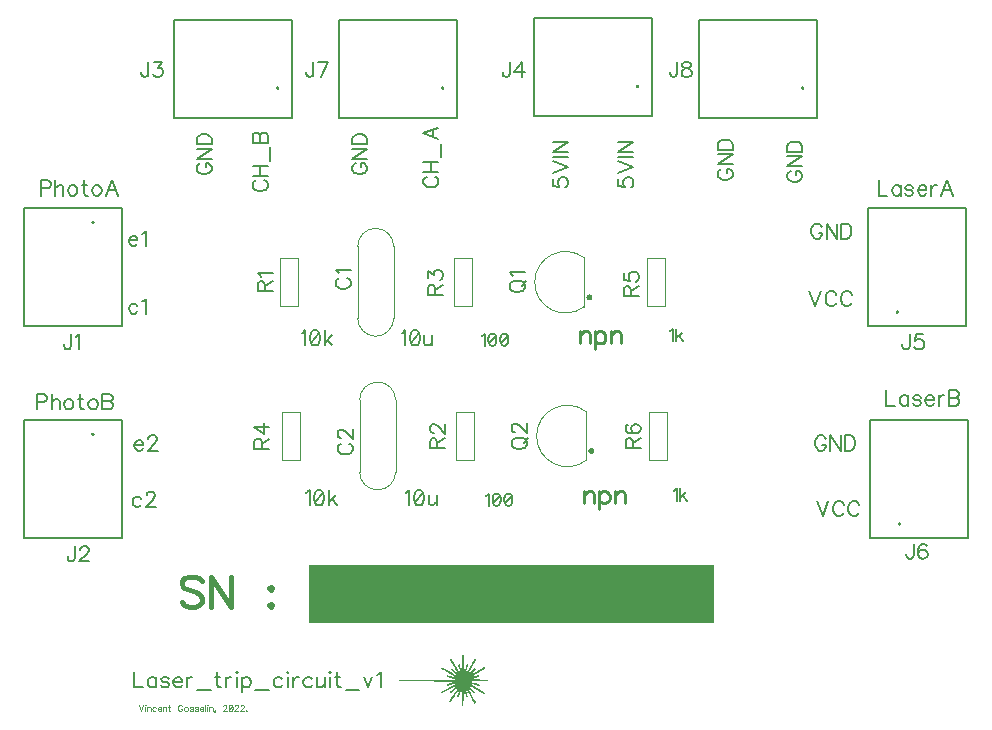
<source format=gbr>
G04 DipTrace 4.2.0.1*
G04 TopSilk.gbr*
%MOMM*%
G04 #@! TF.FileFunction,Legend,Top*
G04 #@! TF.Part,Single*
%ADD10C,0.12*%
%ADD19C,0.127*%
%ADD48C,0.19608*%
%ADD49C,0.07843*%
%ADD50C,0.39216*%
%ADD51C,0.15686*%
%ADD52C,0.23529*%
%FSLAX35Y35*%
G04*
G71*
G90*
G75*
G01*
G04 TopSilk*
%LPD*%
X4143027Y5073563D2*
D10*
Y4464570D1*
X3838227Y5073563D2*
Y4464570D1*
G03X4143027Y4464570I152400J-303D01*
G01*
Y5073563D2*
G03X3838227Y5073563I-152400J303D01*
G01*
X4159190Y3771817D2*
Y3162823D1*
X3854390Y3771817D2*
Y3162823D1*
G03X4159190Y3162823I152400J-303D01*
G01*
Y3771817D2*
G03X3854390Y3771817I-152400J303D01*
G01*
X1846387Y5396063D2*
D19*
Y4396063D1*
X1016387D1*
Y5396063D1*
X1846387D1*
G36*
X1582387Y5276063D2*
X1582507Y5277891D1*
X1582864Y5279687D1*
X1583453Y5281421D1*
X1584262Y5283063D1*
X1585280Y5284586D1*
X1586487Y5285963D1*
X1587864Y5287170D1*
X1589387Y5288188D1*
X1591029Y5288998D1*
X1592763Y5289586D1*
X1594559Y5289944D1*
X1596387Y5290063D1*
X1598214Y5289944D1*
X1600010Y5289586D1*
X1601744Y5288998D1*
X1603387Y5288188D1*
X1604909Y5287170D1*
X1606286Y5285963D1*
X1607494Y5284586D1*
X1608511Y5283063D1*
X1609321Y5281421D1*
X1609910Y5279687D1*
X1610267Y5277891D1*
X1610387Y5276063D1*
D1*
X1610267Y5274236D1*
X1609910Y5272440D1*
X1609321Y5270706D1*
X1608511Y5269063D1*
X1607494Y5267541D1*
X1606286Y5266164D1*
X1604909Y5264957D1*
X1603387Y5263939D1*
X1601744Y5263129D1*
X1600010Y5262541D1*
X1598214Y5262183D1*
X1596387Y5262063D1*
X1594559Y5262183D1*
X1592763Y5262541D1*
X1591029Y5263129D1*
X1589387Y5263939D1*
X1587864Y5264957D1*
X1586487Y5266164D1*
X1585280Y5267541D1*
X1584262Y5269063D1*
X1583453Y5270706D1*
X1582864Y5272440D1*
X1582507Y5274236D1*
X1582387Y5276063D1*
D1*
G37*
X1846374Y3602201D2*
D19*
X1846400Y2602201D1*
X1016400Y2602179D1*
X1016374Y3602179D1*
X1846374Y3602201D1*
G36*
X1582377Y3482194D2*
X1582497Y3484021D1*
X1582854Y3485818D1*
X1583443Y3487552D1*
X1584253Y3489194D1*
X1585270Y3490717D1*
X1586477Y3492094D1*
X1587854Y3493301D1*
X1589377Y3494319D1*
X1591019Y3495129D1*
X1592753Y3495717D1*
X1594549Y3496075D1*
X1596377Y3496194D1*
X1598204Y3496075D1*
X1600000Y3495717D1*
X1601734Y3495129D1*
X1603377Y3494319D1*
X1604899Y3493302D1*
X1606276Y3492094D1*
X1607484Y3490717D1*
X1608501Y3489195D1*
X1609311Y3487552D1*
X1609900Y3485818D1*
X1610257Y3484022D1*
X1610377Y3482195D1*
D1*
X1610257Y3480367D1*
X1609900Y3478571D1*
X1609311Y3476837D1*
X1608502Y3475195D1*
X1607484Y3473672D1*
X1606277Y3472295D1*
X1604900Y3471088D1*
X1603377Y3470070D1*
X1601735Y3469260D1*
X1600001Y3468672D1*
X1598205Y3468314D1*
X1596377Y3468194D1*
X1594550Y3468314D1*
X1592754Y3468671D1*
X1591020Y3469260D1*
X1589377Y3470070D1*
X1587855Y3471087D1*
X1586478Y3472295D1*
X1585270Y3473671D1*
X1584253Y3475194D1*
X1583443Y3476836D1*
X1582854Y3478571D1*
X1582497Y3480367D1*
X1582377Y3482194D1*
D1*
G37*
X3279890Y6162940D2*
D19*
X2279890D1*
Y6992940D1*
X3279890D1*
Y6162940D1*
G36*
X3159890Y6426940D2*
X3161718Y6426820D1*
X3163514Y6426463D1*
X3165248Y6425874D1*
X3166890Y6425065D1*
X3168413Y6424047D1*
X3169790Y6422840D1*
X3170997Y6421463D1*
X3172015Y6419940D1*
X3172824Y6418298D1*
X3173413Y6416564D1*
X3173770Y6414768D1*
X3173890Y6412940D1*
X3173770Y6411113D1*
X3173413Y6409317D1*
X3172824Y6407583D1*
X3172014Y6405940D1*
X3170997Y6404417D1*
X3169790Y6403041D1*
X3168413Y6401833D1*
X3166890Y6400816D1*
X3165248Y6400006D1*
X3163514Y6399417D1*
X3161717Y6399060D1*
X3159890Y6398940D1*
D1*
X3158063Y6399060D1*
X3156267Y6399417D1*
X3154533Y6400006D1*
X3152890Y6400816D1*
X3151367Y6401833D1*
X3149991Y6403041D1*
X3148783Y6404417D1*
X3147766Y6405940D1*
X3146956Y6407583D1*
X3146367Y6409317D1*
X3146010Y6411113D1*
X3145890Y6412940D1*
X3146010Y6414767D1*
X3146367Y6416564D1*
X3146956Y6418298D1*
X3147766Y6419940D1*
X3148783Y6421463D1*
X3149991Y6422840D1*
X3151367Y6424047D1*
X3152890Y6425064D1*
X3154533Y6425874D1*
X3156267Y6426463D1*
X3158063Y6426820D1*
X3159890Y6426940D1*
D1*
G37*
X6327887Y6178813D2*
D19*
X5327887D1*
Y7008813D1*
X6327887D1*
Y6178813D1*
G36*
X6207887Y6442813D2*
X6209714Y6442694D1*
X6211510Y6442336D1*
X6213244Y6441748D1*
X6214887Y6440938D1*
X6216409Y6439920D1*
X6217786Y6438713D1*
X6218994Y6437336D1*
X6220011Y6435813D1*
X6220821Y6434171D1*
X6221410Y6432437D1*
X6221767Y6430641D1*
X6221887Y6428813D1*
X6221767Y6426986D1*
X6221410Y6425190D1*
X6220821Y6423456D1*
X6220011Y6421813D1*
X6218994Y6420291D1*
X6217786Y6418914D1*
X6216409Y6417707D1*
X6214887Y6416689D1*
X6213244Y6415879D1*
X6211510Y6415291D1*
X6209714Y6414933D1*
X6207887Y6414813D1*
D1*
X6206059Y6414933D1*
X6204263Y6415291D1*
X6202529Y6415879D1*
X6200887Y6416689D1*
X6199364Y6417707D1*
X6197987Y6418914D1*
X6196780Y6420291D1*
X6195762Y6421813D1*
X6194953Y6423456D1*
X6194364Y6425190D1*
X6194007Y6426986D1*
X6193887Y6428813D1*
X6194007Y6430641D1*
X6194364Y6432437D1*
X6194952Y6434171D1*
X6195762Y6435813D1*
X6196780Y6437336D1*
X6197987Y6438713D1*
X6199364Y6439920D1*
X6200887Y6440938D1*
X6202529Y6441748D1*
X6204263Y6442336D1*
X6206059Y6442694D1*
X6207887Y6442813D1*
D1*
G37*
X8158387Y4396067D2*
D19*
Y5396067D1*
X8988387D1*
Y4396067D1*
X8158387D1*
G36*
X8422387Y4516067D2*
X8422267Y4514239D1*
X8421910Y4512443D1*
X8421321Y4510709D1*
X8420511Y4509067D1*
X8419494Y4507544D1*
X8418286Y4506167D1*
X8416909Y4504960D1*
X8415387Y4503942D1*
X8413744Y4503132D1*
X8412010Y4502544D1*
X8410214Y4502187D1*
X8408387Y4502067D1*
X8406559Y4502187D1*
X8404763Y4502544D1*
X8403029Y4503133D1*
X8401387Y4503942D1*
X8399864Y4504960D1*
X8398487Y4506167D1*
X8397280Y4507544D1*
X8396262Y4509067D1*
X8395452Y4510709D1*
X8394864Y4512443D1*
X8394507Y4514239D1*
X8394387Y4516067D1*
D1*
X8394507Y4517894D1*
X8394864Y4519690D1*
X8395452Y4521424D1*
X8396262Y4523067D1*
X8397280Y4524589D1*
X8398487Y4525966D1*
X8399864Y4527174D1*
X8401387Y4528191D1*
X8403029Y4529001D1*
X8404763Y4529590D1*
X8406559Y4529947D1*
X8408387Y4530067D1*
X8410214Y4529947D1*
X8412010Y4529590D1*
X8413744Y4529001D1*
X8415387Y4528191D1*
X8416909Y4527174D1*
X8418286Y4525966D1*
X8419494Y4524589D1*
X8420511Y4523067D1*
X8421321Y4521424D1*
X8421910Y4519690D1*
X8422267Y4517894D1*
X8422387Y4516067D1*
D1*
G37*
X8174260Y2602190D2*
D19*
Y3602190D1*
X9004260D1*
Y2602190D1*
X8174260D1*
G36*
X8438260Y2722190D2*
X8438140Y2720363D1*
X8437783Y2718567D1*
X8437194Y2716833D1*
X8436384Y2715190D1*
X8435367Y2713667D1*
X8434160Y2712291D1*
X8432783Y2711083D1*
X8431260Y2710066D1*
X8429618Y2709256D1*
X8427884Y2708667D1*
X8426087Y2708310D1*
X8424260Y2708190D1*
X8422433Y2708310D1*
X8420637Y2708667D1*
X8418903Y2709256D1*
X8417260Y2710066D1*
X8415737Y2711083D1*
X8414361Y2712291D1*
X8413153Y2713668D1*
X8412136Y2715190D1*
X8411326Y2716833D1*
X8410737Y2718567D1*
X8410380Y2720363D1*
X8410260Y2722190D1*
D1*
X8410380Y2724018D1*
X8410737Y2725814D1*
X8411326Y2727548D1*
X8412136Y2729190D1*
X8413153Y2730713D1*
X8414361Y2732090D1*
X8415737Y2733297D1*
X8417260Y2734314D1*
X8418903Y2735124D1*
X8420637Y2735713D1*
X8422433Y2736070D1*
X8424260Y2736190D1*
X8426087Y2736070D1*
X8427884Y2735713D1*
X8429618Y2735124D1*
X8431260Y2734315D1*
X8432783Y2733297D1*
X8434160Y2732090D1*
X8435367Y2730713D1*
X8436384Y2729190D1*
X8437194Y2727548D1*
X8437783Y2725814D1*
X8438140Y2724018D1*
X8438260Y2722190D1*
D1*
G37*
X4676887Y6162940D2*
D19*
X3676887D1*
Y6992940D1*
X4676887D1*
Y6162940D1*
G36*
X4556887Y6426940D2*
X4558714Y6426820D1*
X4560510Y6426463D1*
X4562244Y6425874D1*
X4563887Y6425065D1*
X4565409Y6424047D1*
X4566786Y6422840D1*
X4567994Y6421463D1*
X4569011Y6419940D1*
X4569821Y6418298D1*
X4570410Y6416564D1*
X4570767Y6414768D1*
X4570887Y6412940D1*
X4570767Y6411113D1*
X4570410Y6409317D1*
X4569821Y6407583D1*
X4569011Y6405940D1*
X4567994Y6404417D1*
X4566786Y6403041D1*
X4565409Y6401833D1*
X4563887Y6400816D1*
X4562244Y6400006D1*
X4560510Y6399417D1*
X4558714Y6399060D1*
X4556887Y6398940D1*
D1*
X4555059Y6399060D1*
X4553263Y6399417D1*
X4551529Y6400006D1*
X4549887Y6400816D1*
X4548364Y6401833D1*
X4546987Y6403041D1*
X4545780Y6404417D1*
X4544762Y6405940D1*
X4543953Y6407583D1*
X4543364Y6409317D1*
X4543007Y6411113D1*
X4542887Y6412940D1*
X4543007Y6414767D1*
X4543364Y6416564D1*
X4543952Y6418298D1*
X4544762Y6419940D1*
X4545780Y6421463D1*
X4546987Y6422840D1*
X4548364Y6424047D1*
X4549887Y6425064D1*
X4551529Y6425874D1*
X4553263Y6426463D1*
X4555059Y6426820D1*
X4556887Y6426940D1*
D1*
G37*
X7724887Y6162940D2*
D19*
X6724887D1*
Y6992940D1*
X7724887D1*
Y6162940D1*
G36*
X7604887Y6426940D2*
X7606714Y6426820D1*
X7608510Y6426463D1*
X7610244Y6425874D1*
X7611887Y6425065D1*
X7613409Y6424047D1*
X7614786Y6422840D1*
X7615994Y6421463D1*
X7617011Y6419940D1*
X7617821Y6418298D1*
X7618410Y6416564D1*
X7618767Y6414768D1*
X7618887Y6412940D1*
X7618767Y6411113D1*
X7618410Y6409317D1*
X7617821Y6407583D1*
X7617011Y6405940D1*
X7615994Y6404417D1*
X7614786Y6403041D1*
X7613409Y6401833D1*
X7611887Y6400816D1*
X7610244Y6400006D1*
X7608510Y6399417D1*
X7606714Y6399060D1*
X7604887Y6398940D1*
D1*
X7603059Y6399060D1*
X7601263Y6399417D1*
X7599529Y6400006D1*
X7597887Y6400816D1*
X7596364Y6401833D1*
X7594987Y6403041D1*
X7593780Y6404417D1*
X7592762Y6405940D1*
X7591953Y6407583D1*
X7591364Y6409317D1*
X7591007Y6411113D1*
X7590887Y6412940D1*
X7591007Y6414767D1*
X7591364Y6416564D1*
X7591952Y6418298D1*
X7592762Y6419940D1*
X7593780Y6421463D1*
X7594987Y6422840D1*
X7596364Y6424047D1*
X7597887Y6425064D1*
X7599529Y6425874D1*
X7601263Y6426463D1*
X7603059Y6426820D1*
X7604887Y6426940D1*
D1*
G37*
X5757434Y4563493D2*
D10*
G02X5757420Y4974640I-160007J205568D01*
G01*
X5757434Y4563493D2*
X5757420Y4974640D1*
G36*
X5800432Y4617068D2*
X5797169Y4617282D1*
X5793961Y4617919D1*
X5790865Y4618971D1*
X5787932Y4620417D1*
X5785213Y4622233D1*
X5782754Y4624390D1*
X5780598Y4626848D1*
X5778781Y4629567D1*
X5777334Y4632500D1*
X5776283Y4635597D1*
X5775645Y4638804D1*
X5775431Y4642067D1*
X5775645Y4645330D1*
X5776283Y4648537D1*
X5777334Y4651634D1*
X5778780Y4654567D1*
X5780597Y4657286D1*
X5782753Y4659745D1*
X5785211Y4661901D1*
X5787930Y4663718D1*
X5790863Y4665164D1*
X5793960Y4666216D1*
X5797167Y4666854D1*
X5800430Y4667068D1*
D1*
X5803693Y4666854D1*
X5806901Y4666216D1*
X5809997Y4665165D1*
X5812930Y4663719D1*
X5815649Y4661902D1*
X5818108Y4659746D1*
X5820264Y4657288D1*
X5822081Y4654569D1*
X5823528Y4651636D1*
X5824579Y4648539D1*
X5825217Y4645332D1*
X5825431Y4642069D1*
X5825217Y4638805D1*
X5824579Y4635598D1*
X5823528Y4632501D1*
X5822082Y4629569D1*
X5820265Y4626849D1*
X5818109Y4624391D1*
X5815651Y4622234D1*
X5812932Y4620418D1*
X5809999Y4618971D1*
X5806902Y4617920D1*
X5803695Y4617282D1*
X5800432Y4617068D1*
D1*
G37*
X5773594Y3261747D2*
D10*
G02X5773586Y3672894I-160004J205570D01*
G01*
X5773594Y3261747D2*
X5773586Y3672894D1*
G36*
X5816593Y3315321D2*
X5813330Y3315535D1*
X5810122Y3316173D1*
X5807026Y3317224D1*
X5804093Y3318670D1*
X5801374Y3320487D1*
X5798915Y3322643D1*
X5796759Y3325102D1*
X5794942Y3327821D1*
X5793496Y3330754D1*
X5792444Y3333850D1*
X5791806Y3337057D1*
X5791592Y3340321D1*
X5791806Y3343584D1*
X5792444Y3346791D1*
X5793495Y3349888D1*
X5794942Y3352821D1*
X5796758Y3355540D1*
X5798914Y3357998D1*
X5801373Y3360155D1*
X5804092Y3361971D1*
X5807025Y3363418D1*
X5810122Y3364469D1*
X5813329Y3365107D1*
X5816592Y3365321D1*
D1*
X5819855Y3365107D1*
X5823063Y3364469D1*
X5826159Y3363418D1*
X5829092Y3361972D1*
X5831811Y3360155D1*
X5834270Y3357999D1*
X5836426Y3355540D1*
X5838243Y3352821D1*
X5839689Y3349889D1*
X5840741Y3346792D1*
X5841379Y3343585D1*
X5841592Y3340322D1*
X5841379Y3337058D1*
X5840741Y3333851D1*
X5839690Y3330754D1*
X5838243Y3327821D1*
X5836427Y3325102D1*
X5834270Y3322644D1*
X5831812Y3320488D1*
X5829093Y3318671D1*
X5826160Y3317224D1*
X5823063Y3316173D1*
X5819856Y3315535D1*
X5816593Y3315321D1*
D1*
G37*
X3330220Y4972648D2*
D10*
X3177820Y4972645D1*
X3330227Y4565488D2*
X3330220Y4972648D1*
X3330227Y4565488D2*
X3177827Y4565485D1*
X3177820Y4972645D1*
X4667190Y3263740D2*
X4819590D1*
X4667190Y3670900D2*
Y3263740D1*
Y3670900D2*
X4819590D1*
Y3263740D1*
X4651027Y4565487D2*
X4803427D1*
X4651027Y4972647D2*
Y4565487D1*
Y4972647D2*
X4803427D1*
Y4565487D1*
X3193990Y3263740D2*
X3346390D1*
X3193990Y3670900D2*
Y3263740D1*
Y3670900D2*
X3346390D1*
Y3263740D1*
X6291437Y4565487D2*
X6443837D1*
X6291437Y4972647D2*
Y4565487D1*
Y4972647D2*
X6443837D1*
Y4565487D1*
X6307597Y3263740D2*
X6459997D1*
X6307597Y3670900D2*
Y3263740D1*
Y3670900D2*
X6459997D1*
Y3263740D1*
G36*
X3430374Y2372188D2*
X6859374D1*
Y1880061D1*
X3430374D1*
Y2372188D1*
G37*
G36*
X4731239Y1181691D2*
Y1189411D1*
X4733791Y1191984D1*
X4736342Y1261465D1*
Y1315506D1*
X4739453Y1318191D1*
X4742403Y1317858D1*
X4743996Y1315506D1*
Y1310359D1*
X4746548Y1297492D1*
X4749099Y1287199D1*
X4751651Y1274332D1*
X4756754Y1253745D1*
X4759305D1*
X4769511Y1256318D1*
Y1264038D1*
X4766959Y1274332D1*
X4764408Y1287199D1*
X4761856Y1297492D1*
X4759305Y1310359D1*
X4756754Y1312932D1*
Y1320652D1*
X4759865Y1323338D1*
X4761856Y1323226D1*
X4766959Y1318079D1*
Y1315506D1*
X4769511Y1310359D1*
X4774614Y1302639D1*
X4789922Y1271758D1*
X4795025Y1264038D1*
X4810334Y1233158D1*
X4815437Y1225438D1*
X4825642Y1204851D1*
X4828194Y1202278D1*
X4833297Y1204851D1*
X4838400Y1209998D1*
Y1212571D1*
X4830745Y1228011D1*
X4825642Y1235731D1*
X4812885Y1261465D1*
X4807782Y1269185D1*
X4789922Y1305212D1*
X4784819Y1312932D1*
X4779717Y1323226D1*
X4777165Y1325799D1*
Y1330946D1*
X4779870Y1333741D1*
X4781191Y1333323D1*
X4782268Y1330946D1*
X4797577Y1312932D1*
X4823091Y1287199D1*
X4825642D1*
X4833297Y1294919D1*
X4828194Y1302639D1*
X4797577Y1336092D1*
X4789922Y1343813D1*
X4795025Y1348959D1*
X4798765Y1348698D1*
X4800128Y1346386D1*
X4825642Y1330946D1*
X4833297Y1325799D1*
X4909840Y1279478D1*
X4912391D1*
X4917494Y1287199D1*
Y1292345D1*
X4909840Y1297492D1*
X4807782Y1359253D1*
X4802679Y1361826D1*
X4803608Y1364990D1*
X4806323Y1367182D1*
X4808632Y1366771D1*
X4810334Y1364399D1*
X4835848Y1356679D1*
X4853708Y1351533D1*
X4863914Y1348959D1*
X4866466D1*
X4869017Y1354106D1*
X4871568Y1361826D1*
X4856260Y1366973D1*
X4838400Y1372120D1*
X4828194Y1374693D1*
X4812885Y1379840D1*
X4807782Y1382413D1*
Y1390133D1*
X4945560Y1392706D1*
Y1405573D1*
X4807782Y1408147D1*
Y1410720D1*
X4869017Y1426160D1*
X4871568Y1428734D1*
X4869017Y1439027D1*
X4866466Y1441600D1*
X4807782Y1426160D1*
X4805877Y1424508D1*
X4804555Y1424658D1*
X4802679Y1426160D1*
X4812885Y1436454D1*
X4823091Y1441600D1*
X4835848Y1449320D1*
X4853708Y1459614D1*
X4879223Y1475054D1*
X4897083Y1485347D1*
X4909840Y1493068D1*
X4917494Y1498214D1*
Y1503361D1*
X4912391Y1511081D1*
X4909840D1*
X4884326Y1495641D1*
X4866466Y1485347D1*
X4840951Y1469907D1*
X4823091Y1459614D1*
X4797577Y1444174D1*
X4794845Y1442637D1*
X4792630Y1442802D1*
X4789922Y1444174D1*
X4835848Y1490494D1*
Y1493068D1*
X4828194Y1500788D1*
X4825642D1*
X4779717Y1454467D1*
X4777389Y1455451D1*
X4775284Y1458096D1*
X4775478Y1460246D1*
X4777165Y1462187D1*
X4779717Y1467334D1*
X4784819Y1475054D1*
X4789922Y1485347D1*
X4795025Y1493068D1*
X4802679Y1508508D1*
X4807782Y1516228D1*
X4812885Y1526521D1*
X4817988Y1534241D1*
X4823091Y1544535D1*
X4828194Y1552255D1*
X4833297Y1562548D1*
X4838400Y1570268D1*
X4840951Y1575415D1*
Y1580562D1*
X4838400Y1583135D1*
X4833297Y1585709D1*
X4830745D1*
X4828194Y1583135D1*
X4825642Y1577989D1*
X4820540Y1570268D1*
X4815437Y1559975D1*
X4810334Y1552255D1*
X4802679Y1536815D1*
X4797577Y1529095D1*
X4792474Y1518801D1*
X4787371Y1511081D1*
X4782268Y1500788D1*
X4777165Y1493068D1*
X4772062Y1482774D1*
X4766959Y1475054D1*
X4764408Y1469907D1*
X4763879Y1468161D1*
X4761567Y1466033D1*
X4759546Y1466259D1*
X4758268Y1468929D1*
X4759305Y1469907D1*
X4764408Y1490494D1*
X4766959Y1498214D1*
X4772062Y1518801D1*
X4774614Y1526521D1*
Y1531668D1*
X4769511Y1534241D1*
X4761856Y1536815D1*
X4759305Y1526521D1*
X4756754Y1518801D1*
X4751651Y1498214D1*
X4749099Y1490494D1*
X4746548Y1480201D1*
Y1472481D1*
X4743146Y1469907D1*
X4739744D1*
X4736342Y1472481D1*
Y1611442D1*
X4733791D1*
X4730389Y1608869D1*
X4726987D1*
X4723585Y1611442D1*
Y1472481D1*
X4721679Y1470828D1*
X4720389Y1471044D1*
X4718937Y1473172D1*
X4715930Y1485347D1*
X4713379Y1493068D1*
X4705725Y1523948D1*
X4703173Y1531668D1*
X4700622Y1534241D1*
X4695519D1*
X4687865Y1531668D1*
X4690416Y1523948D1*
X4700622Y1482774D1*
X4703173Y1475054D1*
X4705725Y1472481D1*
Y1464761D1*
X4703819Y1463108D1*
X4702497Y1463258D1*
X4700622Y1464761D1*
X4695519Y1472481D1*
X4690416Y1482774D1*
X4685313Y1490494D1*
X4680210Y1500788D1*
X4675107Y1508508D1*
X4670004Y1518801D1*
X4664902Y1526521D1*
X4659799Y1536815D1*
X4654696Y1544535D1*
X4649593Y1554828D1*
X4644490Y1562548D1*
X4639387Y1572842D1*
X4634284Y1580562D1*
X4631733Y1585709D1*
X4621527Y1580562D1*
X4618976Y1577989D1*
X4621527Y1572842D1*
X4626630Y1565122D1*
X4631733Y1554828D1*
X4636836Y1547108D1*
X4641939Y1536815D1*
X4647042Y1529095D1*
X4649593Y1523948D1*
X4654696Y1516228D1*
X4659799Y1505934D1*
X4664902Y1498214D1*
X4670004Y1487921D1*
X4675107Y1480201D1*
X4680210Y1469907D1*
X4685313Y1462187D1*
X4688339Y1459294D1*
X4687518Y1457656D1*
X4685058Y1455675D1*
X4682953Y1455844D1*
X4680771Y1458007D1*
X4680210Y1459614D1*
X4636836Y1503361D1*
X4636340Y1501537D1*
X4634284Y1498214D1*
X4629181Y1495641D1*
X4626630Y1493068D1*
X4675107Y1444174D1*
X4674578Y1442428D1*
X4672267Y1440300D1*
X4670148Y1440303D1*
X4667453Y1441600D1*
X4659799Y1446747D1*
X4641939Y1457040D1*
X4578153Y1495641D1*
X4560292Y1505934D1*
X4555190Y1508508D1*
X4550087D1*
X4544984Y1498214D1*
X4547535Y1495641D1*
X4565395Y1485347D1*
X4616424Y1454467D1*
X4634284Y1444174D1*
X4659799Y1428734D1*
X4664902Y1426160D1*
X4664485Y1424170D1*
X4662920Y1422060D1*
X4661662Y1422121D1*
X4659799Y1423587D1*
X4652144Y1426160D1*
X4626630Y1433880D1*
X4608770Y1439027D1*
X4598564Y1441600D1*
X4596013Y1439027D1*
X4593461Y1428734D1*
X4598564Y1426160D1*
X4606218Y1423587D1*
X4624079Y1418440D1*
X4649593Y1410720D1*
X4659799Y1408147D1*
Y1405573D1*
X4547535Y1403000D1*
X4435272D1*
X4323008Y1405573D1*
X4185231D1*
Y1392706D1*
X4305148Y1390133D1*
X4659799Y1387560D1*
X4657247Y1384986D1*
X4649593Y1382413D1*
X4598564Y1369546D1*
X4593461Y1366973D1*
X4596013Y1356679D1*
X4598564Y1354106D1*
X4649593Y1366973D1*
X4653845Y1369546D1*
X4658098D1*
X4662350Y1366973D1*
X4657247Y1361826D1*
X4621527Y1343813D1*
X4578153Y1320652D1*
X4544984Y1302639D1*
X4542432Y1300065D1*
Y1297492D1*
X4547535Y1287199D1*
X4573050Y1300065D1*
X4649593Y1341239D1*
X4662350Y1348959D1*
X4665752Y1351533D1*
X4669154D1*
X4672556Y1348959D1*
X4659799Y1336092D1*
X4654696Y1333519D1*
X4626630Y1307785D1*
X4624079Y1305212D1*
Y1302639D1*
X4631733Y1292345D1*
X4647042Y1305212D1*
X4677659Y1333519D1*
X4682916Y1338887D1*
X4684230Y1338475D1*
X4685896Y1335599D1*
X4685003Y1334029D1*
X4682762Y1330946D1*
X4677659Y1323226D1*
X4675107Y1318079D1*
X4649593Y1279478D1*
X4647042Y1274332D1*
X4616424Y1228011D1*
X4611321Y1217718D1*
X4613873Y1215144D1*
X4618976Y1212571D1*
X4624079D1*
X4626630Y1215144D1*
X4631733Y1222864D1*
X4634284Y1228011D1*
X4659799Y1266612D1*
X4662350Y1271758D1*
X4692967Y1318079D1*
Y1320652D1*
X4698070Y1325799D1*
X4701181Y1325687D1*
X4703949Y1322403D1*
X4700622Y1320652D1*
X4682762Y1266612D1*
X4680210Y1261465D1*
X4692967Y1256318D1*
X4695519Y1258892D1*
X4713379Y1312932D1*
Y1318079D1*
X4716490Y1320765D1*
X4718482Y1320652D1*
X4723585Y1315506D1*
Y1269185D1*
X4721033Y1266612D1*
X4718482Y1194557D1*
Y1181691D1*
X4731239D1*
G37*
X1948314Y1466749D2*
D48*
Y1339139D1*
X2021174D1*
X2133249Y1424212D2*
Y1339139D1*
Y1405962D2*
X2121176Y1418176D1*
X2108962Y1424212D1*
X2090853D1*
X2078639Y1418176D1*
X2066566Y1405962D1*
X2060389Y1387712D1*
Y1375639D1*
X2066566Y1357389D1*
X2078639Y1345316D1*
X2090853Y1339139D1*
X2108962D1*
X2121176Y1345316D1*
X2133249Y1357389D1*
X2239288Y1405962D2*
X2233251Y1418176D1*
X2215001Y1424212D1*
X2196751D1*
X2178501Y1418176D1*
X2172465Y1405962D1*
X2178501Y1393889D1*
X2190715Y1387712D1*
X2221038Y1381676D1*
X2233251Y1375639D1*
X2239288Y1363426D1*
Y1357389D1*
X2233251Y1345316D1*
X2215001Y1339139D1*
X2196751D1*
X2178501Y1345316D1*
X2172465Y1357389D1*
X2278503Y1387712D2*
X2351363D1*
Y1399926D1*
X2345327Y1412139D1*
X2339290Y1418176D1*
X2327077Y1424212D1*
X2308827D1*
X2296753Y1418176D1*
X2284540Y1405962D1*
X2278503Y1387712D1*
Y1375639D1*
X2284540Y1357389D1*
X2296753Y1345316D1*
X2308827Y1339139D1*
X2327077D1*
X2339290Y1345316D1*
X2351363Y1357389D1*
X2390579Y1424212D2*
Y1339139D1*
Y1387712D2*
X2396756Y1405962D1*
X2408829Y1418176D1*
X2421042Y1424212D1*
X2439292D1*
X2478508Y1318082D2*
X2593904D1*
X2651370Y1466749D2*
Y1363426D1*
X2657406Y1345316D1*
X2669620Y1339139D1*
X2681693D1*
X2633120Y1424212D2*
X2675656D1*
X2720908D2*
Y1339139D1*
Y1387712D2*
X2727085Y1405962D1*
X2739158Y1418176D1*
X2751372Y1424212D1*
X2769622D1*
X2808838Y1466749D2*
X2814874Y1460712D1*
X2821051Y1466749D1*
X2814874Y1472926D1*
X2808838Y1466749D1*
X2814874Y1424212D2*
Y1339139D1*
X2860267Y1424212D2*
Y1296603D1*
Y1405962D2*
X2872480Y1418035D1*
X2884553Y1424212D1*
X2902803D1*
X2915017Y1418035D1*
X2927090Y1405962D1*
X2933267Y1387712D1*
Y1375499D1*
X2927090Y1357389D1*
X2915017Y1345176D1*
X2902803Y1339139D1*
X2884553D1*
X2872480Y1345176D1*
X2860267Y1357389D1*
X2972482Y1318082D2*
X3087879D1*
X3200094Y1405962D2*
X3187881Y1418176D1*
X3175667Y1424212D1*
X3157558D1*
X3145344Y1418176D1*
X3133271Y1405962D1*
X3127094Y1387712D1*
Y1375639D1*
X3133271Y1357389D1*
X3145344Y1345316D1*
X3157558Y1339139D1*
X3175667D1*
X3187881Y1345316D1*
X3200094Y1357389D1*
X3239310Y1466749D2*
X3245347Y1460712D1*
X3251523Y1466749D1*
X3245347Y1472926D1*
X3239310Y1466749D1*
X3245347Y1424212D2*
Y1339139D1*
X3290739Y1424212D2*
Y1339139D1*
Y1387712D2*
X3296916Y1405962D1*
X3308989Y1418176D1*
X3321203Y1424212D1*
X3339453D1*
X3451668Y1405962D2*
X3439455Y1418176D1*
X3427241Y1424212D1*
X3409132D1*
X3396918Y1418176D1*
X3384845Y1405962D1*
X3378668Y1387712D1*
Y1375639D1*
X3384845Y1357389D1*
X3396918Y1345316D1*
X3409132Y1339139D1*
X3427241D1*
X3439455Y1345316D1*
X3451668Y1357389D1*
X3490884Y1424212D2*
Y1363426D1*
X3496921Y1345316D1*
X3509134Y1339139D1*
X3527384D1*
X3539457Y1345316D1*
X3557707Y1363426D1*
Y1424212D2*
Y1339139D1*
X3596923Y1466749D2*
X3602959Y1460712D1*
X3609136Y1466749D1*
X3602959Y1472926D1*
X3596923Y1466749D1*
X3602959Y1424212D2*
Y1339139D1*
X3666602Y1466749D2*
Y1363426D1*
X3672638Y1345316D1*
X3684852Y1339139D1*
X3696925D1*
X3648352Y1424212D2*
X3690888D1*
X3736141Y1318082D2*
X3851537D1*
X3890752Y1424212D2*
X3927252Y1339139D1*
X3963612Y1424212D1*
X4002828Y1442322D2*
X4015041Y1448499D1*
X4033291Y1466608D1*
Y1339139D1*
X1983145Y1190010D2*
D49*
X2002574Y1138966D1*
X2022004Y1190010D1*
X2037690D2*
X2040105Y1187595D1*
X2042575Y1190010D1*
X2040105Y1192480D1*
X2037690Y1190010D1*
X2040105Y1172995D2*
Y1138966D1*
X2058262Y1172995D2*
Y1138966D1*
Y1163280D2*
X2065562Y1170580D1*
X2070447Y1172995D1*
X2077691D1*
X2082576Y1170580D1*
X2084991Y1163280D1*
Y1138966D1*
X2129877Y1165695D2*
X2124992Y1170580D1*
X2120106Y1172995D1*
X2112862D1*
X2107977Y1170580D1*
X2103148Y1165695D1*
X2100677Y1158395D1*
Y1153566D1*
X2103148Y1146266D1*
X2107977Y1141437D1*
X2112862Y1138966D1*
X2120106D1*
X2124992Y1141437D1*
X2129877Y1146266D1*
X2145563Y1158395D2*
X2174707D1*
Y1163280D1*
X2172293Y1168166D1*
X2169878Y1170580D1*
X2164993Y1172995D1*
X2157693D1*
X2152863Y1170580D1*
X2147978Y1165695D1*
X2145563Y1158395D1*
Y1153566D1*
X2147978Y1146266D1*
X2152863Y1141437D1*
X2157693Y1138966D1*
X2164993D1*
X2169878Y1141437D1*
X2174707Y1146266D1*
X2190394Y1172995D2*
Y1138966D1*
Y1163280D2*
X2197694Y1170580D1*
X2202579Y1172995D1*
X2209823D1*
X2214708Y1170580D1*
X2217123Y1163280D1*
Y1138966D1*
X2240109Y1190010D2*
Y1148680D1*
X2242524Y1141437D1*
X2247409Y1138966D1*
X2252238D1*
X2232809Y1172995D2*
X2249824D1*
X2353747Y1177880D2*
X2351332Y1182710D1*
X2346447Y1187595D1*
X2341618Y1190010D1*
X2331903D1*
X2327018Y1187595D1*
X2322188Y1182710D1*
X2319718Y1177880D1*
X2317303Y1170580D1*
Y1158395D1*
X2319718Y1151151D1*
X2322188Y1146266D1*
X2327018Y1141437D1*
X2331903Y1138966D1*
X2341618D1*
X2346447Y1141437D1*
X2351332Y1146266D1*
X2353747Y1151151D1*
Y1158395D1*
X2341618D1*
X2381562Y1172995D2*
X2376733Y1170580D1*
X2371848Y1165695D1*
X2369433Y1158395D1*
Y1153566D1*
X2371848Y1146266D1*
X2376733Y1141437D1*
X2381562Y1138966D1*
X2388862D1*
X2393748Y1141437D1*
X2398577Y1146266D1*
X2401048Y1153566D1*
Y1158395D1*
X2398577Y1165695D1*
X2393748Y1170580D1*
X2388862Y1172995D1*
X2381562D1*
X2443463Y1165695D2*
X2441049Y1170580D1*
X2433749Y1172995D1*
X2426449D1*
X2419149Y1170580D1*
X2416734Y1165695D1*
X2419149Y1160866D1*
X2424034Y1158395D1*
X2436163Y1155980D1*
X2441049Y1153566D1*
X2443463Y1148680D1*
Y1146266D1*
X2441049Y1141437D1*
X2433749Y1138966D1*
X2426449D1*
X2419149Y1141437D1*
X2416734Y1146266D1*
X2485879Y1165695D2*
X2483464Y1170580D1*
X2476164Y1172995D1*
X2468864D1*
X2461564Y1170580D1*
X2459150Y1165695D1*
X2461564Y1160866D1*
X2466450Y1158395D1*
X2478579Y1155980D1*
X2483464Y1153566D1*
X2485879Y1148680D1*
Y1146266D1*
X2483464Y1141437D1*
X2476164Y1138966D1*
X2468864D1*
X2461564Y1141437D1*
X2459150Y1146266D1*
X2501565Y1158395D2*
X2530709D1*
Y1163280D1*
X2528294Y1168166D1*
X2525880Y1170580D1*
X2520994Y1172995D1*
X2513694D1*
X2508865Y1170580D1*
X2503980Y1165695D1*
X2501565Y1158395D1*
Y1153566D1*
X2503980Y1146266D1*
X2508865Y1141437D1*
X2513694Y1138966D1*
X2520994D1*
X2525880Y1141437D1*
X2530709Y1146266D1*
X2546395Y1190010D2*
Y1138966D1*
X2562082Y1190010D2*
X2564496Y1187595D1*
X2566967Y1190010D1*
X2564496Y1192480D1*
X2562082Y1190010D1*
X2564496Y1172995D2*
Y1138966D1*
X2582653Y1172995D2*
Y1138966D1*
Y1163280D2*
X2589953Y1170580D1*
X2594839Y1172995D1*
X2602082D1*
X2606968Y1170580D1*
X2609382Y1163280D1*
Y1138966D1*
X2629954Y1141380D2*
X2627483Y1138966D1*
X2625069Y1141380D1*
X2627483Y1143851D1*
X2629954Y1141380D1*
Y1136551D1*
X2627483Y1131666D1*
X2625069Y1129251D1*
X2697490Y1177824D2*
Y1180239D1*
X2699904Y1185124D1*
X2702319Y1187539D1*
X2707204Y1189953D1*
X2716919D1*
X2721748Y1187539D1*
X2724163Y1185124D1*
X2726634Y1180239D1*
Y1175410D1*
X2724163Y1170524D1*
X2719334Y1163280D1*
X2695019Y1138966D1*
X2729048D1*
X2759334Y1189953D2*
X2752034Y1187539D1*
X2747149Y1180239D1*
X2744734Y1168110D1*
Y1160810D1*
X2747149Y1148680D1*
X2752034Y1141380D1*
X2759334Y1138966D1*
X2764164D1*
X2771464Y1141380D1*
X2776293Y1148680D1*
X2778764Y1160810D1*
Y1168110D1*
X2776293Y1180239D1*
X2771464Y1187539D1*
X2764164Y1189953D1*
X2759334D1*
X2776293Y1180239D2*
X2747149Y1148680D1*
X2796921Y1177824D2*
Y1180239D1*
X2799335Y1185124D1*
X2801750Y1187539D1*
X2806635Y1189953D1*
X2816350D1*
X2821179Y1187539D1*
X2823594Y1185124D1*
X2826065Y1180239D1*
Y1175410D1*
X2823594Y1170524D1*
X2818765Y1163280D1*
X2794450Y1138966D1*
X2828479D1*
X2846636Y1177824D2*
Y1180239D1*
X2849051Y1185124D1*
X2851465Y1187539D1*
X2856351Y1189953D1*
X2866065D1*
X2870895Y1187539D1*
X2873309Y1185124D1*
X2875780Y1180239D1*
Y1175410D1*
X2873309Y1170524D1*
X2868480Y1163280D1*
X2844165Y1138966D1*
X2878195D1*
X2896296Y1143851D2*
X2893881Y1141380D1*
X2896296Y1138966D1*
X2898766Y1141380D1*
X2896296Y1143851D1*
X2517736Y2240431D2*
D50*
X2493590Y2264858D1*
X2457090Y2276931D1*
X2408517D1*
X2372017Y2264858D1*
X2347590Y2240431D1*
Y2216285D1*
X2359944Y2191858D1*
X2372017Y2179785D1*
X2396163Y2167712D1*
X2469163Y2143285D1*
X2493590Y2131212D1*
X2505663Y2118858D1*
X2517736Y2094712D1*
Y2058212D1*
X2493590Y2034065D1*
X2457090Y2021712D1*
X2408517D1*
X2372017Y2034065D1*
X2347590Y2058212D1*
X2766314Y2276931D2*
Y2021712D1*
X2596168Y2276931D1*
Y2021712D1*
X3103992Y2191858D2*
X3091638Y2179504D1*
X3103992Y2167431D1*
X3116065Y2179504D1*
X3103992Y2191858D1*
Y2046138D2*
X3091638Y2033785D1*
X3103992Y2021712D1*
X3116065Y2033785D1*
X3103992Y2046138D1*
X8250691Y5630862D2*
D48*
Y5503252D1*
X8323550D1*
X8435626Y5588325D2*
Y5503252D1*
Y5570075D2*
X8423553Y5582289D1*
X8411339Y5588325D1*
X8393229D1*
X8381016Y5582289D1*
X8368943Y5570075D1*
X8362766Y5551825D1*
Y5539752D1*
X8368943Y5521502D1*
X8381016Y5509429D1*
X8393229Y5503252D1*
X8411339D1*
X8423553Y5509429D1*
X8435626Y5521502D1*
X8541664Y5570075D2*
X8535628Y5582289D1*
X8517378Y5588325D1*
X8499128D1*
X8480878Y5582289D1*
X8474841Y5570075D1*
X8480878Y5558002D1*
X8493091Y5551825D1*
X8523414Y5545789D1*
X8535628Y5539752D1*
X8541664Y5527539D1*
Y5521502D1*
X8535628Y5509429D1*
X8517378Y5503252D1*
X8499128D1*
X8480878Y5509429D1*
X8474841Y5521502D1*
X8580880Y5551825D2*
X8653740D1*
Y5564039D1*
X8647703Y5576252D1*
X8641667Y5582289D1*
X8629453Y5588325D1*
X8611203D1*
X8599130Y5582289D1*
X8586917Y5570075D1*
X8580880Y5551825D1*
Y5539752D1*
X8586917Y5521502D1*
X8599130Y5509429D1*
X8611203Y5503252D1*
X8629453D1*
X8641667Y5509429D1*
X8653740Y5521502D1*
X8692955Y5588325D2*
Y5503252D1*
Y5551825D2*
X8699132Y5570075D1*
X8711205Y5582289D1*
X8723419Y5588325D1*
X8741669D1*
X8878171Y5503252D2*
X8829458Y5630862D1*
X8780885Y5503252D1*
X8799135Y5545789D2*
X8859921D1*
X8314191Y3852865D2*
Y3725255D1*
X8387050D1*
X8499126Y3810329D2*
Y3725255D1*
Y3792079D2*
X8487053Y3804292D1*
X8474839Y3810329D1*
X8456729D1*
X8444516Y3804292D1*
X8432443Y3792079D1*
X8426266Y3773829D1*
Y3761755D1*
X8432443Y3743505D1*
X8444516Y3731432D1*
X8456729Y3725255D1*
X8474839D1*
X8487053Y3731432D1*
X8499126Y3743505D1*
X8605164Y3792079D2*
X8599128Y3804292D1*
X8580878Y3810329D1*
X8562628D1*
X8544378Y3804292D1*
X8538341Y3792079D1*
X8544378Y3780005D1*
X8556591Y3773829D1*
X8586914Y3767792D1*
X8599128Y3761755D1*
X8605164Y3749542D1*
Y3743505D1*
X8599128Y3731432D1*
X8580878Y3725255D1*
X8562628D1*
X8544378Y3731432D1*
X8538341Y3743505D1*
X8644380Y3773829D2*
X8717240D1*
Y3786042D1*
X8711203Y3798255D1*
X8705167Y3804292D1*
X8692953Y3810329D1*
X8674703D1*
X8662630Y3804292D1*
X8650417Y3792079D1*
X8644380Y3773829D1*
Y3761755D1*
X8650417Y3743505D1*
X8662630Y3731432D1*
X8674703Y3725255D1*
X8692953D1*
X8705167Y3731432D1*
X8717240Y3743505D1*
X8756455Y3810329D2*
Y3725255D1*
Y3773829D2*
X8762632Y3792079D1*
X8774705Y3804292D1*
X8786919Y3810329D1*
X8805169D1*
X8844385Y3852865D2*
Y3725255D1*
X8899135D1*
X8917385Y3731432D1*
X8923421Y3737469D1*
X8929458Y3749542D1*
Y3767792D1*
X8923421Y3780005D1*
X8917385Y3786042D1*
X8899135Y3792079D1*
X8917385Y3798255D1*
X8923421Y3804292D1*
X8929458Y3816365D1*
Y3828579D1*
X8923421Y3840652D1*
X8917385Y3846829D1*
X8899135Y3852865D1*
X8844385D1*
Y3792079D2*
X8899135D1*
X1154567Y5564045D2*
X1209317D1*
X1227427Y5570082D1*
X1233604Y5576259D1*
X1239640Y5588332D1*
Y5606582D1*
X1233604Y5618655D1*
X1227427Y5624832D1*
X1209317Y5630868D1*
X1154567D1*
Y5503259D1*
X1278856Y5630868D2*
Y5503259D1*
Y5564045D2*
X1297106Y5582295D1*
X1309320Y5588332D1*
X1327570D1*
X1339643Y5582295D1*
X1345679Y5564045D1*
Y5503259D1*
X1415218Y5588332D2*
X1403145Y5582295D1*
X1390931Y5570082D1*
X1384895Y5551832D1*
Y5539759D1*
X1390931Y5521509D1*
X1403145Y5509436D1*
X1415218Y5503259D1*
X1433468D1*
X1445681Y5509436D1*
X1457755Y5521509D1*
X1463931Y5539759D1*
Y5551832D1*
X1457755Y5570082D1*
X1445681Y5582295D1*
X1433468Y5588332D1*
X1415218D1*
X1521397Y5630868D2*
Y5527545D1*
X1527434Y5509436D1*
X1539647Y5503259D1*
X1551720D1*
X1503147Y5588332D2*
X1545684D1*
X1621259D2*
X1609186Y5582295D1*
X1596972Y5570082D1*
X1590936Y5551832D1*
Y5539759D1*
X1596972Y5521509D1*
X1609186Y5509436D1*
X1621259Y5503259D1*
X1639509D1*
X1651722Y5509436D1*
X1663796Y5521509D1*
X1669972Y5539759D1*
Y5551832D1*
X1663796Y5570082D1*
X1651722Y5582295D1*
X1639509Y5588332D1*
X1621259D1*
X1806475Y5503259D2*
X1757761Y5630868D1*
X1709188Y5503259D1*
X1727438Y5545795D2*
X1788225D1*
X1122817Y3754292D2*
X1177567D1*
X1195677Y3760329D1*
X1201854Y3766505D1*
X1207890Y3778579D1*
Y3796829D1*
X1201854Y3808902D1*
X1195677Y3815079D1*
X1177567Y3821115D1*
X1122817D1*
Y3693505D1*
X1247106Y3821115D2*
Y3693505D1*
Y3754292D2*
X1265356Y3772542D1*
X1277570Y3778579D1*
X1295820D1*
X1307893Y3772542D1*
X1313929Y3754292D1*
Y3693505D1*
X1383468Y3778579D2*
X1371395Y3772542D1*
X1359181Y3760329D1*
X1353145Y3742079D1*
Y3730005D1*
X1359181Y3711755D1*
X1371395Y3699682D1*
X1383468Y3693505D1*
X1401718D1*
X1413931Y3699682D1*
X1426005Y3711755D1*
X1432181Y3730005D1*
Y3742079D1*
X1426005Y3760329D1*
X1413931Y3772542D1*
X1401718Y3778579D1*
X1383468D1*
X1489647Y3821115D2*
Y3717792D1*
X1495684Y3699682D1*
X1507897Y3693505D1*
X1519970D1*
X1471397Y3778579D2*
X1513934D1*
X1589509D2*
X1577436Y3772542D1*
X1565222Y3760329D1*
X1559186Y3742079D1*
Y3730005D1*
X1565222Y3711755D1*
X1577436Y3699682D1*
X1589509Y3693505D1*
X1607759D1*
X1619972Y3699682D1*
X1632046Y3711755D1*
X1638222Y3730005D1*
Y3742079D1*
X1632046Y3760329D1*
X1619972Y3772542D1*
X1607759Y3778579D1*
X1589509D1*
X1677438Y3821115D2*
Y3693505D1*
X1732188D1*
X1750438Y3699682D1*
X1756475Y3705719D1*
X1762511Y3717792D1*
Y3736042D1*
X1756475Y3748255D1*
X1750438Y3754292D1*
X1732188Y3760329D1*
X1750438Y3766505D1*
X1756475Y3772542D1*
X1762511Y3784615D1*
Y3796829D1*
X1756475Y3808902D1*
X1750438Y3815079D1*
X1732188Y3821115D1*
X1677438D1*
Y3760329D2*
X1732188D1*
X2980285Y5631980D2*
X2968212Y5625944D1*
X2955998Y5613730D1*
X2949962Y5601657D1*
Y5577371D1*
X2955998Y5565157D1*
X2968212Y5553084D1*
X2980285Y5546907D1*
X2998535Y5540871D1*
X3028998D1*
X3047108Y5546907D1*
X3059322Y5553084D1*
X3071395Y5565157D1*
X3077572Y5577371D1*
Y5601657D1*
X3071395Y5613730D1*
X3059322Y5625944D1*
X3047108Y5631980D1*
X2949962Y5671196D2*
X3077572D1*
X2949962Y5756269D2*
X3077572D1*
X3010748Y5671196D2*
Y5756269D1*
X3098629Y5795485D2*
Y5910881D1*
X2949962Y5950097D2*
X3077572D1*
Y6004847D1*
X3071395Y6023097D1*
X3065358Y6029133D1*
X3053285Y6035170D1*
X3035035D1*
X3022822Y6029133D1*
X3016785Y6023097D1*
X3010748Y6004847D1*
X3004572Y6023097D1*
X2998535Y6029133D1*
X2986462Y6035170D1*
X2974248D1*
X2962175Y6029133D1*
X2955998Y6023097D1*
X2949962Y6004847D1*
Y5950097D1*
X3010748D2*
Y6004847D1*
X4424912Y5663727D2*
X4412839Y5657690D1*
X4400625Y5645477D1*
X4394589Y5633404D1*
Y5609117D1*
X4400625Y5596904D1*
X4412839Y5584831D1*
X4424912Y5578654D1*
X4443162Y5572617D1*
X4473625D1*
X4491735Y5578654D1*
X4503948Y5584831D1*
X4516021Y5596904D1*
X4522198Y5609117D1*
Y5633404D1*
X4516021Y5645477D1*
X4503948Y5657690D1*
X4491735Y5663727D1*
X4394589Y5702943D2*
X4522198D1*
X4394589Y5788016D2*
X4522198D1*
X4455375Y5702943D2*
Y5788016D1*
X4543256Y5827231D2*
Y5942628D1*
X4522198Y6079130D2*
X4394589Y6030416D1*
X4522198Y5981843D1*
X4479662Y6000093D2*
Y6060880D1*
X7504658Y5711354D2*
X7492585Y5705317D1*
X7480372Y5693104D1*
X7474335Y5681031D1*
Y5656744D1*
X7480372Y5644531D1*
X7492585Y5632458D1*
X7504658Y5626281D1*
X7522908Y5620244D1*
X7553372D1*
X7571481Y5626281D1*
X7583695Y5632458D1*
X7595768Y5644531D1*
X7601945Y5656744D1*
Y5681031D1*
X7595768Y5693104D1*
X7583695Y5705317D1*
X7571481Y5711354D1*
X7553372D1*
Y5681031D1*
X7474335Y5835642D2*
X7601945D1*
X7474335Y5750569D1*
X7601945D1*
X7474335Y5874858D2*
X7601945D1*
Y5917395D1*
X7595768Y5935645D1*
X7583695Y5947858D1*
X7571481Y5953895D1*
X7553372Y5959931D1*
X7522908D1*
X7504658Y5953895D1*
X7492585Y5947858D1*
X7480372Y5935645D1*
X7474335Y5917395D1*
Y5874858D1*
X6045729Y5645477D2*
Y5584831D1*
X6100339Y5578794D1*
X6094302Y5584831D1*
X6088125Y5603081D1*
Y5621190D1*
X6094302Y5639440D1*
X6106375Y5651654D1*
X6124625Y5657690D1*
X6136698D1*
X6154948Y5651654D1*
X6167162Y5639440D1*
X6173198Y5621190D1*
Y5603081D1*
X6167162Y5584831D1*
X6160985Y5578794D1*
X6148912Y5572617D1*
X6045589Y5696906D2*
X6173198Y5745479D1*
X6045589Y5794052D1*
Y5833268D2*
X6173198D1*
X6045589Y5957557D2*
X6173198D1*
X6045589Y5872484D1*
X6173198D1*
X1973691Y4569955D2*
X1961477Y4582169D1*
X1949264Y4588205D1*
X1931154D1*
X1918941Y4582169D1*
X1906868Y4569955D1*
X1900691Y4551705D1*
Y4539632D1*
X1906868Y4521382D1*
X1918941Y4509309D1*
X1931154Y4503132D1*
X1949264D1*
X1961477Y4509309D1*
X1973691Y4521382D1*
X2012906Y4606315D2*
X2025120Y4612492D1*
X2043370Y4630601D1*
Y4503132D1*
X1900691Y5123202D2*
X1973550D1*
Y5135415D1*
X1967514Y5147629D1*
X1961477Y5153665D1*
X1949264Y5159702D1*
X1931014D1*
X1918941Y5153665D1*
X1906727Y5141452D1*
X1900691Y5123202D1*
Y5111129D1*
X1906727Y5092879D1*
X1918941Y5080806D1*
X1931014Y5074629D1*
X1949264D1*
X1961477Y5080806D1*
X1973550Y5092879D1*
X2012766Y5177811D2*
X2024979Y5183988D1*
X2043229Y5202098D1*
Y5074629D1*
X2005441Y2934829D2*
X1993227Y2947042D1*
X1981014Y2953079D1*
X1962904D1*
X1950691Y2947042D1*
X1938618Y2934829D1*
X1932441Y2916579D1*
Y2904505D1*
X1938618Y2886255D1*
X1950691Y2874182D1*
X1962904Y2868005D1*
X1981014D1*
X1993227Y2874182D1*
X2005441Y2886255D1*
X2050833Y2965152D2*
Y2971188D1*
X2056870Y2983402D1*
X2062906Y2989438D1*
X2075120Y2995475D1*
X2099406D1*
X2111479Y2989438D1*
X2117516Y2983402D1*
X2123693Y2971188D1*
Y2959115D1*
X2117516Y2946902D1*
X2105443Y2928792D1*
X2044656Y2868005D1*
X2129729D1*
X1948314Y3392825D2*
X2021174D1*
Y3405039D1*
X2015137Y3417252D1*
X2009101Y3423289D1*
X1996887Y3429325D1*
X1978637D1*
X1966564Y3423289D1*
X1954351Y3411075D1*
X1948314Y3392825D1*
Y3380752D1*
X1954351Y3362502D1*
X1966564Y3350429D1*
X1978637Y3344252D1*
X1996887D1*
X2009101Y3350429D1*
X2021174Y3362502D1*
X2066566Y3441398D2*
Y3447435D1*
X2072603Y3459648D1*
X2078639Y3465685D1*
X2090853Y3471721D1*
X2115139D1*
X2127212Y3465685D1*
X2133249Y3459648D1*
X2139426Y3447435D1*
Y3435362D1*
X2133249Y3423148D1*
X2121176Y3405039D1*
X2060389Y3344252D1*
X2145462D1*
X7802050Y3441542D2*
X7796014Y3453615D1*
X7783800Y3465829D1*
X7771727Y3471865D1*
X7747441D1*
X7735227Y3465829D1*
X7723154Y3453615D1*
X7716977Y3441542D1*
X7710941Y3423292D1*
Y3392829D1*
X7716977Y3374719D1*
X7723154Y3362505D1*
X7735227Y3350432D1*
X7747441Y3344255D1*
X7771727D1*
X7783800Y3350432D1*
X7796014Y3362505D1*
X7802050Y3374719D1*
Y3392829D1*
X7771727D1*
X7926339Y3471865D2*
Y3344255D1*
X7841266Y3471865D1*
Y3344255D1*
X7965555Y3471865D2*
Y3344255D1*
X8008091D1*
X8026341Y3350432D1*
X8038555Y3362505D1*
X8044591Y3374719D1*
X8050628Y3392829D1*
Y3423292D1*
X8044591Y3441542D1*
X8038555Y3453615D1*
X8026341Y3465829D1*
X8008091Y3471865D1*
X7965555D1*
X7726817Y2916238D2*
X7775390Y2788629D1*
X7823964Y2916238D1*
X7954289Y2885915D2*
X7948252Y2897988D1*
X7936039Y2910202D1*
X7923966Y2916238D1*
X7899679D1*
X7887466Y2910202D1*
X7875393Y2897988D1*
X7869216Y2885915D1*
X7863179Y2867665D1*
Y2837202D1*
X7869216Y2819092D1*
X7875393Y2806879D1*
X7887466Y2794806D1*
X7899679Y2788629D1*
X7923966D1*
X7936039Y2794806D1*
X7948252Y2806879D1*
X7954289Y2819092D1*
X8084614Y2885915D2*
X8078578Y2897988D1*
X8066364Y2910202D1*
X8054291Y2916238D1*
X8030005D1*
X8017791Y2910202D1*
X8005718Y2897988D1*
X7999541Y2885915D1*
X7993505Y2867665D1*
Y2837202D1*
X7999541Y2819092D1*
X8005718Y2806879D1*
X8017791Y2794806D1*
X8030005Y2788629D1*
X8054291D1*
X8066364Y2794806D1*
X8078578Y2806879D1*
X8084614Y2819092D1*
X7770300Y5235415D2*
X7764264Y5247488D1*
X7752050Y5259702D1*
X7739977Y5265738D1*
X7715691D1*
X7703477Y5259702D1*
X7691404Y5247488D1*
X7685227Y5235415D1*
X7679191Y5217165D1*
Y5186702D1*
X7685227Y5168592D1*
X7691404Y5156379D1*
X7703477Y5144306D1*
X7715691Y5138129D1*
X7739977D1*
X7752050Y5144306D1*
X7764264Y5156379D1*
X7770300Y5168592D1*
Y5186702D1*
X7739977D1*
X7894589Y5265738D2*
Y5138129D1*
X7809516Y5265738D1*
Y5138129D1*
X7933805Y5265738D2*
Y5138129D1*
X7976341D1*
X7994591Y5144306D1*
X8006805Y5156379D1*
X8012841Y5168592D1*
X8018878Y5186702D1*
Y5217165D1*
X8012841Y5235415D1*
X8006805Y5247488D1*
X7994591Y5259702D1*
X7976341Y5265738D1*
X7933805D1*
X7663317Y4694238D2*
X7711890Y4566629D1*
X7760464Y4694238D1*
X7890789Y4663915D2*
X7884752Y4675988D1*
X7872539Y4688202D1*
X7860466Y4694238D1*
X7836179D1*
X7823966Y4688202D1*
X7811893Y4675988D1*
X7805716Y4663915D1*
X7799679Y4645665D1*
Y4615202D1*
X7805716Y4597092D1*
X7811893Y4584879D1*
X7823966Y4572806D1*
X7836179Y4566629D1*
X7860466D1*
X7872539Y4572806D1*
X7884752Y4584879D1*
X7890789Y4597092D1*
X8021114Y4663915D2*
X8015078Y4675988D1*
X8002864Y4688202D1*
X7990791Y4694238D1*
X7966505D1*
X7954291Y4688202D1*
X7942218Y4675988D1*
X7936041Y4663915D1*
X7930005Y4645665D1*
Y4615202D1*
X7936041Y4597092D1*
X7942218Y4584879D1*
X7954291Y4572806D1*
X7966505Y4566629D1*
X7990791D1*
X8002864Y4572806D1*
X8015078Y4584879D1*
X8021114Y4597092D1*
X5490102Y5645477D2*
Y5584831D1*
X5544712Y5578794D1*
X5538675Y5584831D1*
X5532498Y5603081D1*
Y5621190D1*
X5538675Y5639440D1*
X5550748Y5651654D1*
X5568998Y5657690D1*
X5581072D1*
X5599322Y5651654D1*
X5611535Y5639440D1*
X5617572Y5621190D1*
Y5603081D1*
X5611535Y5584831D1*
X5605358Y5578794D1*
X5593285Y5572617D1*
X5489962Y5696906D2*
X5617572Y5745479D1*
X5489962Y5794052D1*
Y5833268D2*
X5617572D1*
X5489962Y5957557D2*
X5617572D1*
X5489962Y5872484D1*
X5617572D1*
X6917285Y5727227D2*
X6905212Y5721190D1*
X6892998Y5708977D1*
X6886962Y5696904D1*
Y5672617D1*
X6892998Y5660404D1*
X6905212Y5648331D1*
X6917285Y5642154D1*
X6935535Y5636117D1*
X6965998D1*
X6984108Y5642154D1*
X6996322Y5648331D1*
X7008395Y5660404D1*
X7014572Y5672617D1*
Y5696904D1*
X7008395Y5708977D1*
X6996322Y5721190D1*
X6984108Y5727227D1*
X6965998D1*
Y5696904D1*
X6886962Y5851516D2*
X7014572D1*
X6886962Y5766443D1*
X7014572D1*
X6886962Y5890731D2*
X7014572D1*
Y5933268D1*
X7008395Y5951518D1*
X6996322Y5963731D1*
X6984108Y5969768D1*
X6965998Y5975805D1*
X6935535D1*
X6917285Y5969768D1*
X6905212Y5963731D1*
X6892998Y5951518D1*
X6886962Y5933268D1*
Y5890731D1*
X3821658Y5774854D2*
X3809585Y5768817D1*
X3797372Y5756604D1*
X3791335Y5744531D1*
Y5720244D1*
X3797372Y5708031D1*
X3809585Y5695958D1*
X3821658Y5689781D1*
X3839908Y5683744D1*
X3870372D1*
X3888481Y5689781D1*
X3900695Y5695958D1*
X3912768Y5708031D1*
X3918945Y5720244D1*
Y5744531D1*
X3912768Y5756604D1*
X3900695Y5768817D1*
X3888481Y5774854D1*
X3870372D1*
Y5744531D1*
X3791335Y5899142D2*
X3918945D1*
X3791335Y5814069D1*
X3918945D1*
X3791335Y5938358D2*
X3918945D1*
Y5980895D1*
X3912768Y5999145D1*
X3900695Y6011358D1*
X3888481Y6017395D1*
X3870372Y6023431D1*
X3839908D1*
X3821658Y6017395D1*
X3809585Y6011358D1*
X3797372Y5999145D1*
X3791335Y5980895D1*
Y5938358D1*
X2504035Y5774854D2*
X2491962Y5768817D1*
X2479748Y5756604D1*
X2473712Y5744531D1*
Y5720244D1*
X2479748Y5708031D1*
X2491962Y5695958D1*
X2504035Y5689781D1*
X2522285Y5683744D1*
X2552748D1*
X2570858Y5689781D1*
X2583072Y5695958D1*
X2595145Y5708031D1*
X2601322Y5720244D1*
Y5744531D1*
X2595145Y5756604D1*
X2583072Y5768817D1*
X2570858Y5774854D1*
X2552748D1*
Y5744531D1*
X2473712Y5899142D2*
X2601322D1*
X2473712Y5814069D1*
X2601322D1*
X2473712Y5938358D2*
X2601322D1*
Y5980895D1*
X2595145Y5999145D1*
X2583072Y6011358D1*
X2570858Y6017395D1*
X2552748Y6023431D1*
X2522285D1*
X2504035Y6017395D1*
X2491962Y6011358D1*
X2479748Y5999145D1*
X2473712Y5980895D1*
Y5938358D1*
X3363984Y4337231D2*
X3376198Y4343408D1*
X3394448Y4361518D1*
Y4234049D1*
X3470163Y4361518D2*
X3451913Y4355481D1*
X3439700Y4337231D1*
X3433663Y4306908D1*
Y4288658D1*
X3439700Y4258335D1*
X3451913Y4240085D1*
X3470163Y4234049D1*
X3482236D1*
X3500486Y4240085D1*
X3512559Y4258335D1*
X3518736Y4288658D1*
Y4306908D1*
X3512559Y4337231D1*
X3500486Y4355481D1*
X3482236Y4361518D1*
X3470163D1*
X3512559Y4337231D2*
X3439700Y4258335D1*
X3557952Y4361658D2*
Y4234049D1*
X3618739Y4319122D2*
X3557952Y4258335D1*
X3582239Y4282622D2*
X3624775Y4234049D1*
X4209917Y4337231D2*
X4222131Y4343408D1*
X4240381Y4361518D1*
Y4234049D1*
X4316097Y4361518D2*
X4297847Y4355481D1*
X4285633Y4337231D1*
X4279597Y4306908D1*
Y4288658D1*
X4285633Y4258335D1*
X4297847Y4240085D1*
X4316097Y4234049D1*
X4328170D1*
X4346420Y4240085D1*
X4358493Y4258335D1*
X4364670Y4288658D1*
Y4306908D1*
X4358493Y4337231D1*
X4346420Y4355481D1*
X4328170Y4361518D1*
X4316097D1*
X4358493Y4337231D2*
X4285633Y4258335D1*
X4403885Y4319122D2*
Y4258335D1*
X4409922Y4240226D1*
X4422135Y4234049D1*
X4440385D1*
X4452458Y4240226D1*
X4470708Y4258335D1*
Y4319122D2*
Y4234049D1*
X4889340Y4313875D2*
D51*
X4899111Y4318817D1*
X4913711Y4333304D1*
Y4231329D1*
X4974283Y4333304D2*
X4959683Y4328475D1*
X4949912Y4313875D1*
X4945083Y4289617D1*
Y4275017D1*
X4949912Y4250758D1*
X4959683Y4236158D1*
X4974283Y4231329D1*
X4983942D1*
X4998542Y4236158D1*
X5008200Y4250758D1*
X5013142Y4275017D1*
Y4289617D1*
X5008200Y4313875D1*
X4998542Y4328475D1*
X4983942Y4333304D1*
X4974283D1*
X5008200Y4313875D2*
X4949912Y4250758D1*
X5073714Y4333304D2*
X5059114Y4328475D1*
X5049344Y4313875D1*
X5044514Y4289617D1*
Y4275017D1*
X5049344Y4250758D1*
X5059114Y4236158D1*
X5073714Y4231329D1*
X5083373D1*
X5097973Y4236158D1*
X5107631Y4250758D1*
X5112573Y4275017D1*
Y4289617D1*
X5107631Y4313875D1*
X5097973Y4328475D1*
X5083373Y4333304D1*
X5073714D1*
X5107631Y4313875D2*
X5049344Y4250758D1*
X5721665Y4353440D2*
D52*
Y4251352D1*
Y4324296D2*
X5743565Y4346196D1*
X5758221Y4353440D1*
X5779953D1*
X5794609Y4346196D1*
X5801853Y4324296D1*
Y4251352D1*
X5848911Y4353440D2*
Y4200308D1*
Y4331540D2*
X5863568Y4346027D1*
X5878055Y4353440D1*
X5899955D1*
X5914611Y4346027D1*
X5929099Y4331540D1*
X5936511Y4309640D1*
Y4294983D1*
X5929099Y4273252D1*
X5914611Y4258596D1*
X5899955Y4251352D1*
X5878055D1*
X5863568Y4258596D1*
X5848911Y4273252D1*
X5983570Y4353440D2*
Y4251352D1*
Y4324296D2*
X6005470Y4346196D1*
X6020126Y4353440D1*
X6041858D1*
X6056514Y4346196D1*
X6063758Y4324296D1*
Y4251352D1*
X6479583Y4356359D2*
D51*
X6489354Y4361300D1*
X6503954Y4375788D1*
Y4273812D1*
X6535327Y4375900D2*
Y4273812D1*
X6583956Y4341871D2*
X6535327Y4293242D1*
X6554756Y4312671D2*
X6588785Y4273812D1*
X3399927Y2984281D2*
D48*
X3412141Y2990458D1*
X3430391Y3008568D1*
Y2881099D1*
X3506107Y3008568D2*
X3487857Y3002531D1*
X3475643Y2984281D1*
X3469607Y2953958D1*
Y2935708D1*
X3475643Y2905385D1*
X3487857Y2887135D1*
X3506107Y2881099D1*
X3518180D1*
X3536430Y2887135D1*
X3548503Y2905385D1*
X3554680Y2935708D1*
Y2953958D1*
X3548503Y2984281D1*
X3536430Y3002531D1*
X3518180Y3008568D1*
X3506107D1*
X3548503Y2984281D2*
X3475643Y2905385D1*
X3593895Y3008708D2*
Y2881099D1*
X3654682Y2966172D2*
X3593895Y2905385D1*
X3618182Y2929672D2*
X3660718Y2881099D1*
X4245861Y2984281D2*
X4258074Y2990458D1*
X4276324Y3008568D1*
Y2881099D1*
X4352040Y3008568D2*
X4333790Y3002531D1*
X4321576Y2984281D1*
X4315540Y2953958D1*
Y2935708D1*
X4321576Y2905385D1*
X4333790Y2887135D1*
X4352040Y2881099D1*
X4364113D1*
X4382363Y2887135D1*
X4394436Y2905385D1*
X4400613Y2935708D1*
Y2953958D1*
X4394436Y2984281D1*
X4382363Y3002531D1*
X4364113Y3008568D1*
X4352040D1*
X4394436Y2984281D2*
X4321576Y2905385D1*
X4439829Y2966172D2*
Y2905385D1*
X4445865Y2887276D1*
X4458079Y2881099D1*
X4476329D1*
X4488402Y2887276D1*
X4506652Y2905385D1*
Y2966172D2*
Y2881099D1*
X4925283Y2960925D2*
D51*
X4935054Y2965867D1*
X4949654Y2980354D1*
Y2878379D1*
X5010227Y2980354D2*
X4995627Y2975525D1*
X4985856Y2960925D1*
X4981027Y2936667D1*
Y2922067D1*
X4985856Y2897808D1*
X4995627Y2883208D1*
X5010227Y2878379D1*
X5019885D1*
X5034485Y2883208D1*
X5044144Y2897808D1*
X5049085Y2922067D1*
Y2936667D1*
X5044144Y2960925D1*
X5034485Y2975525D1*
X5019885Y2980354D1*
X5010227D1*
X5044144Y2960925D2*
X4985856Y2897808D1*
X5109658Y2980354D2*
X5095058Y2975525D1*
X5085287Y2960925D1*
X5080458Y2936667D1*
Y2922067D1*
X5085287Y2897808D1*
X5095058Y2883208D1*
X5109658Y2878379D1*
X5119316D1*
X5133916Y2883208D1*
X5143575Y2897808D1*
X5148516Y2922067D1*
Y2936667D1*
X5143575Y2960925D1*
X5133916Y2975525D1*
X5119316Y2980354D1*
X5109658D1*
X5143575Y2960925D2*
X5085287Y2897808D1*
X5757608Y3000490D2*
D52*
Y2898402D1*
Y2971346D2*
X5779508Y2993246D1*
X5794164Y3000490D1*
X5815896D1*
X5830552Y2993246D1*
X5837796Y2971346D1*
Y2898402D1*
X5884855Y3000490D2*
Y2847358D1*
Y2978590D2*
X5899511Y2993077D1*
X5913999Y3000490D1*
X5935899D1*
X5950555Y2993077D1*
X5965042Y2978590D1*
X5972455Y2956690D1*
Y2942033D1*
X5965042Y2920302D1*
X5950555Y2905646D1*
X5935899Y2898402D1*
X5913999D1*
X5899511Y2905646D1*
X5884855Y2920302D1*
X6019514Y3000490D2*
Y2898402D1*
Y2971346D2*
X6041414Y2993246D1*
X6056070Y3000490D1*
X6077801D1*
X6092457Y2993246D1*
X6099701Y2971346D1*
Y2898402D1*
X6515527Y3003409D2*
D51*
X6525297Y3008350D1*
X6539897Y3022838D1*
Y2920862D1*
X6571270Y3022950D2*
Y2920862D1*
X6619899Y2988921D2*
X6571270Y2940292D1*
X6590699Y2959721D2*
X6624728Y2920862D1*
X3682563Y4804069D2*
D48*
X3670490Y4798032D1*
X3658277Y4785819D1*
X3652240Y4773746D1*
Y4749459D1*
X3658277Y4737246D1*
X3670490Y4725173D1*
X3682563Y4718996D1*
X3700813Y4712959D1*
X3731277D1*
X3749386Y4718996D1*
X3761600Y4725173D1*
X3773673Y4737246D1*
X3779850Y4749459D1*
Y4773746D1*
X3773673Y4785819D1*
X3761600Y4798032D1*
X3749386Y4804069D1*
X3676667Y4843284D2*
X3670490Y4855498D1*
X3652381Y4873748D1*
X3779850D1*
X3698727Y3403104D2*
X3686654Y3397067D1*
X3674440Y3384854D1*
X3668404Y3372781D1*
Y3348494D1*
X3674440Y3336281D1*
X3686654Y3324208D1*
X3698727Y3318031D1*
X3716977Y3311994D1*
X3747440D1*
X3765550Y3318031D1*
X3777763Y3324208D1*
X3789836Y3336281D1*
X3796013Y3348494D1*
Y3372781D1*
X3789836Y3384854D1*
X3777763Y3397067D1*
X3765550Y3403104D1*
X3698867Y3448497D2*
X3692830D1*
X3680617Y3454533D1*
X3674580Y3460570D1*
X3668544Y3472783D1*
Y3497070D1*
X3674580Y3509143D1*
X3680617Y3515179D1*
X3692830Y3521356D1*
X3704904D1*
X3717117Y3515179D1*
X3735227Y3503106D1*
X3796013Y3442320D1*
Y3527393D1*
X1410907Y4327990D2*
Y4230844D1*
X1404871Y4212594D1*
X1398694Y4206557D1*
X1386621Y4200380D1*
X1374407D1*
X1362334Y4206557D1*
X1356298Y4212594D1*
X1350121Y4230844D1*
Y4242917D1*
X1450123Y4303563D2*
X1462336Y4309740D1*
X1480586Y4327850D1*
Y4200380D1*
X1442660Y2534100D2*
X1442663Y2436954D1*
X1436627Y2418704D1*
X1430450Y2412667D1*
X1418377Y2406490D1*
X1406164D1*
X1394090Y2412666D1*
X1388054Y2418703D1*
X1381876Y2436953D1*
Y2449026D1*
X1488054Y2503638D2*
Y2509675D1*
X1494090Y2521888D1*
X1500126Y2527925D1*
X1512339Y2533962D1*
X1536626D1*
X1548699Y2527926D1*
X1554736Y2521890D1*
X1560913Y2509677D1*
Y2497603D1*
X1554737Y2485390D1*
X1542664Y2467280D1*
X1481879Y2406492D1*
X1566952Y2406494D1*
X2065512Y6634397D2*
Y6537251D1*
X2059476Y6519001D1*
X2053299Y6512964D1*
X2041226Y6506787D1*
X2029012D1*
X2016939Y6512964D1*
X2010903Y6519001D1*
X2004726Y6537251D1*
Y6549324D1*
X2116942Y6634256D2*
X2183624D1*
X2147265Y6585683D1*
X2165515D1*
X2177588Y6579647D1*
X2183624Y6573610D1*
X2189801Y6555360D1*
Y6543287D1*
X2183624Y6525037D1*
X2171551Y6512824D1*
X2153301Y6506787D1*
X2135051D1*
X2116942Y6512824D1*
X2110905Y6519001D1*
X2104728Y6531074D1*
X5126367Y6634397D2*
Y6537251D1*
X5120331Y6519001D1*
X5114154Y6512964D1*
X5102081Y6506787D1*
X5089867D1*
X5077794Y6512964D1*
X5071758Y6519001D1*
X5065581Y6537251D1*
Y6549324D1*
X5226370Y6506787D2*
Y6634256D1*
X5165583Y6549324D1*
X5256693D1*
X8510979Y4327990D2*
Y4230844D1*
X8504942Y4212594D1*
X8498766Y4206557D1*
X8486692Y4200380D1*
X8474479D1*
X8462406Y4206557D1*
X8456369Y4212594D1*
X8450192Y4230844D1*
Y4242917D1*
X8623054Y4327850D2*
X8562408D1*
X8556372Y4273240D1*
X8562408Y4279277D1*
X8580658Y4285454D1*
X8598768D1*
X8617018Y4279277D1*
X8629231Y4267204D1*
X8635268Y4248954D1*
Y4236880D1*
X8629231Y4218630D1*
X8617018Y4206417D1*
X8598768Y4200380D1*
X8580658D1*
X8562408Y4206417D1*
X8556372Y4212594D1*
X8550195Y4224667D1*
X8545597Y2554520D2*
Y2457374D1*
X8539561Y2439124D1*
X8533384Y2433087D1*
X8521311Y2426910D1*
X8509097D1*
X8497024Y2433087D1*
X8490988Y2439124D1*
X8484811Y2457374D1*
Y2469447D1*
X8657673Y2536270D2*
X8651636Y2548343D1*
X8633386Y2554380D1*
X8621313D1*
X8603063Y2548343D1*
X8590850Y2530093D1*
X8584813Y2499770D1*
Y2469447D1*
X8590850Y2445160D1*
X8603063Y2432947D1*
X8621313Y2426910D1*
X8627350D1*
X8645459Y2432947D1*
X8657673Y2445160D1*
X8663709Y2463410D1*
Y2469447D1*
X8657673Y2487697D1*
X8645459Y2499770D1*
X8627350Y2505807D1*
X8621313D1*
X8603063Y2499770D1*
X8590850Y2487697D1*
X8584813Y2469447D1*
X3462509Y6634397D2*
Y6537251D1*
X3456472Y6519001D1*
X3450296Y6512964D1*
X3438222Y6506787D1*
X3426009D1*
X3413936Y6512964D1*
X3407899Y6519001D1*
X3401722Y6537251D1*
Y6549324D1*
X3526011Y6506787D2*
X3586798Y6634256D1*
X3501725D1*
X6542329Y6634397D2*
Y6537251D1*
X6536293Y6519001D1*
X6530116Y6512964D1*
X6518043Y6506787D1*
X6505829D1*
X6493756Y6512964D1*
X6487720Y6519001D1*
X6481543Y6537251D1*
Y6549324D1*
X6611868Y6634256D2*
X6593758Y6628220D1*
X6587581Y6616147D1*
Y6603933D1*
X6593758Y6591860D1*
X6605831Y6585683D1*
X6630118Y6579647D1*
X6648368Y6573610D1*
X6660441Y6561397D1*
X6666478Y6549324D1*
Y6531074D1*
X6660441Y6519001D1*
X6654405Y6512824D1*
X6636155Y6506787D1*
X6611868D1*
X6593758Y6512824D1*
X6587581Y6519001D1*
X6581545Y6531074D1*
Y6549324D1*
X6587581Y6561397D1*
X6599795Y6573610D1*
X6617905Y6579647D1*
X6642191Y6585683D1*
X6654405Y6591860D1*
X6660441Y6603933D1*
Y6616147D1*
X6654405Y6628220D1*
X6636155Y6634256D1*
X6611868D1*
X5125442Y4722063D2*
X5131338Y4709990D1*
X5143552Y4697777D1*
X5155766Y4691741D1*
X5174016Y4685564D1*
X5204339Y4685565D1*
X5222589Y4691743D1*
X5234662Y4697780D1*
X5246875Y4709994D1*
X5252911Y4722067D1*
X5252910Y4746353D1*
X5246873Y4758567D1*
X5234659Y4770639D1*
X5222586Y4776675D1*
X5204336Y4782852D1*
X5174013Y4782851D1*
X5155763Y4776673D1*
X5143550Y4770636D1*
X5131337Y4758563D1*
X5125441Y4746349D1*
X5125442Y4722063D1*
X5228624Y4740316D2*
X5265123Y4776677D1*
X5149865Y4822066D2*
X5143688Y4834279D1*
X5125578Y4852528D1*
X5253047Y4852533D1*
X5141605Y3393021D2*
X5147501Y3380948D1*
X5159715Y3368735D1*
X5171929Y3362699D1*
X5190179Y3356522D1*
X5220502D1*
X5238752Y3362700D1*
X5250825Y3368736D1*
X5263038Y3380950D1*
X5269074Y3393023D1*
Y3417310D1*
X5263037Y3429523D1*
X5250823Y3441596D1*
X5238750Y3447632D1*
X5220500Y3453809D1*
X5190177Y3453808D1*
X5171927Y3447631D1*
X5159714Y3441594D1*
X5147500Y3429521D1*
X5141604Y3417308D1*
X5141605Y3393021D1*
X5244787Y3411273D2*
X5281287Y3447633D1*
X5172066Y3499201D2*
X5166030D1*
X5153816Y3505237D1*
X5147780Y3511273D1*
X5141743Y3523487D1*
X5141742Y3547773D1*
X5147779Y3559846D1*
X5153815Y3565883D1*
X5166029Y3572060D1*
X5178102D1*
X5190315Y3565884D1*
X5208425Y3553811D1*
X5269213Y3493026D1*
X5269211Y3578099D1*
X3052625Y4691687D2*
X3052624Y4746297D1*
X3046447Y4764547D1*
X3040410Y4770723D1*
X3028337Y4776760D1*
X3016123Y4776759D1*
X3004050Y4770723D1*
X2997873Y4764546D1*
X2991837Y4746296D1*
X2991838Y4691686D1*
X3119448Y4691688D1*
X3052624Y4734224D2*
X3119446Y4776761D1*
X3016263Y4815975D2*
X3010086Y4828188D1*
X2991976Y4846438D1*
X3119445Y4846440D1*
X4510703Y3362639D2*
Y3417249D1*
X4504526Y3435499D1*
X4498490Y3441676D1*
X4486417Y3447712D1*
X4474203D1*
X4462130Y3441676D1*
X4455953Y3435499D1*
X4449917Y3417249D1*
Y3362639D1*
X4577526D1*
X4510703Y3405176D2*
X4577526Y3447712D1*
X4480380Y3493105D2*
X4474344D1*
X4462130Y3499141D1*
X4456094Y3505178D1*
X4450057Y3517391D1*
Y3541678D1*
X4456094Y3553751D1*
X4462130Y3559788D1*
X4474344Y3565965D1*
X4486417D1*
X4498630Y3559788D1*
X4516740Y3547715D1*
X4577526Y3486928D1*
Y3572001D1*
X4494540Y4664376D2*
Y4718986D1*
X4488363Y4737236D1*
X4482327Y4743412D1*
X4470254Y4749449D1*
X4458040D1*
X4445967Y4743412D1*
X4439790Y4737236D1*
X4433754Y4718986D1*
Y4664376D1*
X4561363D1*
X4494540Y4706912D2*
X4561363Y4749449D1*
X4433894Y4800878D2*
Y4867561D1*
X4482467Y4831201D1*
Y4849451D1*
X4488504Y4861524D1*
X4494540Y4867561D1*
X4512790Y4873738D1*
X4524863D1*
X4543113Y4867561D1*
X4555327Y4855488D1*
X4561363Y4837238D1*
Y4818988D1*
X4555327Y4800878D1*
X4549150Y4794842D1*
X4537077Y4788665D1*
X3024803Y3359621D2*
Y3414231D1*
X3018626Y3432481D1*
X3012590Y3438657D1*
X3000517Y3444694D1*
X2988303D1*
X2976230Y3438657D1*
X2970053Y3432481D1*
X2964017Y3414231D1*
Y3359621D1*
X3091626D1*
X3024803Y3402157D2*
X3091626Y3444694D1*
Y3544696D2*
X2964157D1*
X3049090Y3483910D1*
Y3575019D1*
X6150823Y4648499D2*
Y4703109D1*
X6144646Y4721359D1*
X6138610Y4727536D1*
X6126537Y4733572D1*
X6114323D1*
X6102250Y4727536D1*
X6096073Y4721359D1*
X6090037Y4703109D1*
Y4648499D1*
X6217646D1*
X6150823Y4691036D2*
X6217646Y4733572D1*
X6090177Y4845648D2*
Y4785001D1*
X6144787Y4778965D1*
X6138750Y4785001D1*
X6132573Y4803251D1*
Y4821361D1*
X6138750Y4839611D1*
X6150823Y4851825D1*
X6169073Y4857861D1*
X6181146D1*
X6199396Y4851825D1*
X6211610Y4839611D1*
X6217646Y4821361D1*
Y4803251D1*
X6211610Y4785001D1*
X6205433Y4778965D1*
X6193360Y4772788D1*
X6166983Y3365728D2*
Y3420337D1*
X6160806Y3438587D1*
X6154770Y3444764D1*
X6142697Y3450801D1*
X6130483D1*
X6118410Y3444764D1*
X6112233Y3438587D1*
X6106197Y3420337D1*
Y3365728D1*
X6233806D1*
X6166983Y3408264D2*
X6233806Y3450801D1*
X6124447Y3562876D2*
X6112374Y3556840D1*
X6106337Y3538590D1*
Y3526516D1*
X6112374Y3508266D1*
X6130624Y3496053D1*
X6160947Y3490016D1*
X6191270D1*
X6215556Y3496053D1*
X6227770Y3508266D1*
X6233806Y3526516D1*
Y3532553D1*
X6227770Y3550663D1*
X6215556Y3562876D1*
X6197306Y3568913D1*
X6191270D1*
X6173020Y3562876D1*
X6160947Y3550663D1*
X6154910Y3532553D1*
Y3526516D1*
X6160947Y3508266D1*
X6173020Y3496053D1*
X6191270Y3490016D1*
M02*

</source>
